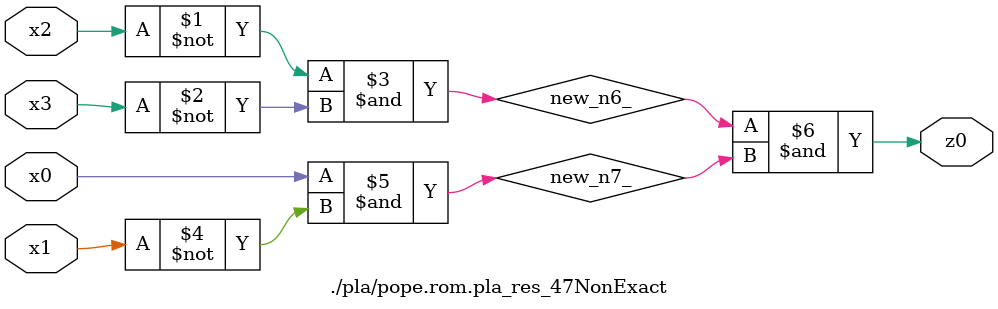
<source format=v>

module \./pla/pope.rom.pla_res_47NonExact  ( 
    x0, x1, x2, x3,
    z0  );
  input  x0, x1, x2, x3;
  output z0;
  wire new_n6_, new_n7_;
  assign new_n6_ = ~x2 & ~x3;
  assign new_n7_ = x0 & ~x1;
  assign z0 = new_n6_ & new_n7_;
endmodule



</source>
